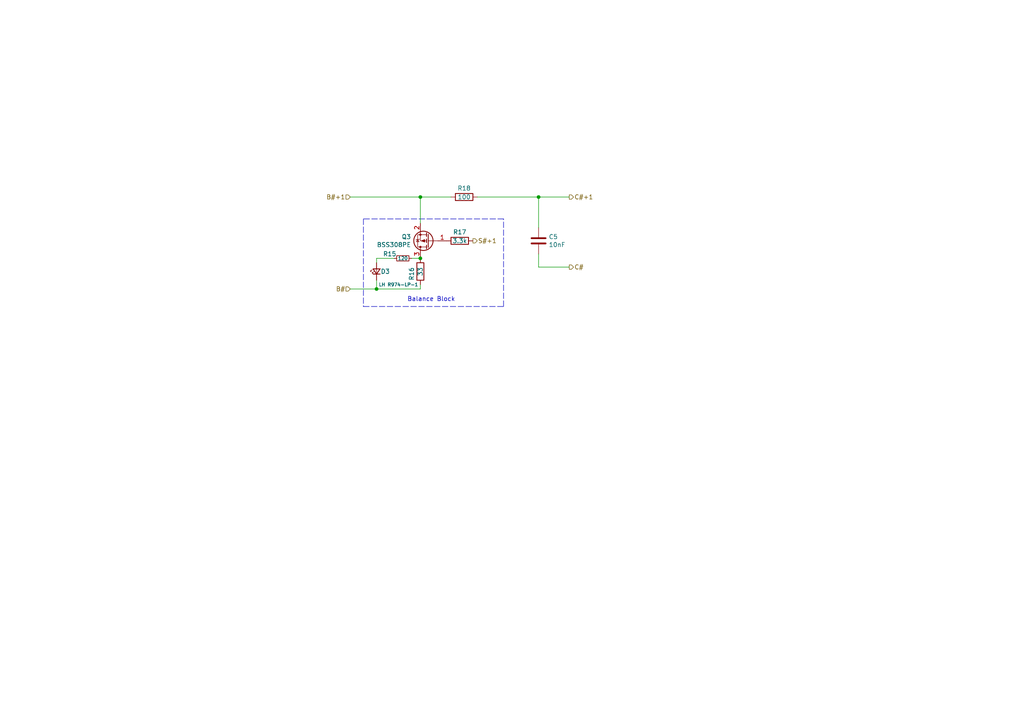
<source format=kicad_sch>
(kicad_sch (version 20231120) (generator "eeschema") (generator_version "8.0")
  (paper "A4")
  (lib_symbols
    (symbol "Device:C" (pin_numbers hide) (pin_names (offset 0.254))
      (property "Reference" "C" (at 0.635 2.54 0))
      (property "Value" "C" (at 0.635 -2.54 0))
      (symbol "C_0_1"
        (polyline (pts (xy -2.032 -0.762) (xy 2.032 -0.762)) (stroke (width 0.508)))
        (polyline (pts (xy -2.032 0.762) (xy 2.032 0.762)) (stroke (width 0.508)))
      )
      (symbol "C_1_1"
        (pin passive line (at 0 3.81 270) (length 2.794) (name "~") (number "1"))
        (pin passive line (at 0 -3.81 90) (length 2.794) (name "~") (number "2"))
      )
    )
    (symbol "Device:LED_Small" (pin_numbers hide) (pin_names (offset 0.254) hide)
      (property "Reference" "D" (at -1.27 3.175 0))
      (property "Value" "LED_Small" (at -4.445 -2.54 0))
      (symbol "LED_Small_0_1"
        (polyline (pts (xy -0.762 -1.016) (xy -0.762 1.016)) (stroke (width 0.254)))
        (polyline (pts (xy 1.016 0) (xy -0.762 0)))
        (polyline (pts (xy 0.762 -1.016) (xy -0.762 0) (xy 0.762 1.016) (xy 0.762 -1.016)) (stroke (width 0.254)))
        (polyline (pts (xy 0 0.762) (xy -0.508 1.27) (xy -0.254 1.27) (xy -0.508 1.27) (xy -0.508 1.016)))
        (polyline (pts (xy 0.508 1.27) (xy 0 1.778) (xy 0.254 1.778) (xy 0 1.778) (xy 0 1.524)))
      )
      (symbol "LED_Small_1_1"
        (pin passive line (at -2.54 0 0) (length 1.778) (name "K") (number "1"))
        (pin passive line (at 2.54 0 180) (length 1.778) (name "A") (number "2"))
      )
    )
    (symbol "Device:R" (pin_numbers hide) (pin_names (offset 0))
      (property "Reference" "R" (at 2.032 0 90))
      (property "Value" "R" (at 0 0 90))
      (symbol "R_0_1"
        (rectangle (start -1.016 -2.54) (end 1.016 2.54) (stroke (width 0.254)))
      )
      (symbol "R_1_1"
        (pin passive line (at 0 3.81 270) (length 1.27) (name "~") (number "1"))
        (pin passive line (at 0 -3.81 90) (length 1.27) (name "~") (number "2"))
      )
    )
    (symbol "Device:R_Small" (pin_numbers hide) (pin_names (offset 0.254) hide)
      (property "Reference" "R" (at 0.762 0.508 0))
      (property "Value" "R_Small" (at 0.762 -1.016 0))
      (symbol "R_Small_0_1"
        (rectangle (start -0.762 1.778) (end 0.762 -1.778) (stroke (width 0.2032)))
      )
      (symbol "R_Small_1_1"
        (pin passive line (at 0 2.54 270) (length 0.762) (name "~") (number "1"))
        (pin passive line (at 0 -2.54 90) (length 0.762) (name "~") (number "2"))
      )
    )
    (symbol "Transistor_FET:BSS84" (pin_names hide)
      (property "Reference" "Q" (at 5.08 1.905 0))
      (property "Value" "BSS84" (at 5.08 0 0))
      (symbol "BSS84_0_1"
        (polyline (pts (xy 0.254 0) (xy -2.54 0)))
        (polyline (pts (xy 0.254 1.905) (xy 0.254 -1.905)) (stroke (width 0.254)))
        (polyline (pts (xy 0.762 -1.27) (xy 0.762 -2.286)) (stroke (width 0.254)))
        (polyline (pts (xy 0.762 0.508) (xy 0.762 -0.508)) (stroke (width 0.254)))
        (polyline (pts (xy 0.762 2.286) (xy 0.762 1.27)) (stroke (width 0.254)))
        (polyline (pts (xy 2.54 2.54) (xy 2.54 1.778)))
        (polyline (pts (xy 2.54 -2.54) (xy 2.54 0) (xy 0.762 0)))
        (polyline (pts (xy 0.762 1.778) (xy 3.302 1.778) (xy 3.302 -1.778) (xy 0.762 -1.778)))
        (polyline (pts (xy 2.286 0) (xy 1.27 0.381) (xy 1.27 -0.381) (xy 2.286 0)) (fill (type outline)))
        (polyline (pts (xy 2.794 -0.508) (xy 2.921 -0.381) (xy 3.683 -0.381) (xy 3.81 -0.254)))
        (polyline (pts (xy 3.302 -0.381) (xy 2.921 0.254) (xy 3.683 0.254) (xy 3.302 -0.381)))
        (circle (center 1.651 0) (radius 2.794) (stroke (width 0.254)))
        (circle (center 2.54 -1.778) (radius 0.254) (fill (type outline)))
        (circle (center 2.54 1.778) (radius 0.254) (fill (type outline)))
      )
      (symbol "BSS84_1_1"
        (pin input line (at -5.08 0 0) (length 2.54) (name "G") (number "1"))
        (pin passive line (at 2.54 -5.08 90) (length 2.54) (name "S") (number "2"))
        (pin passive line (at 2.54 5.08 270) (length 2.54) (name "D") (number "3"))
      )
    )
  )
  (junction (at 156.21 57.15))
  (junction (at 121.92 74.93))
  (junction (at 109.22 83.82))
  (junction (at 121.92 57.15))
  (polyline (pts (xy 146.05 63.5) (xy 105.41 63.5)) (stroke (width 0) (type dash)))
  (polyline (pts (xy 105.41 88.9) (xy 146.05 88.9)) (stroke (width 0) (type dash)))
  (wire (pts (xy 101.6 57.15) (xy 121.92 57.15)))
  (wire (pts (xy 165.1 57.15) (xy 156.21 57.15)))
  (wire (pts (xy 121.92 74.93) (xy 119.38 74.93)))
  (polyline (pts (xy 146.05 88.9) (xy 146.05 63.5)) (stroke (width 0) (type dash)))
  (wire (pts (xy 121.92 57.15) (xy 130.81 57.15)))
  (wire (pts (xy 156.21 57.15) (xy 156.21 66.04)))
  (wire (pts (xy 156.21 73.66) (xy 156.21 77.47)))
  (wire (pts (xy 109.22 74.93) (xy 109.22 76.2)))
  (wire (pts (xy 109.22 81.28) (xy 109.22 83.82)))
  (wire (pts (xy 156.21 77.47) (xy 165.1 77.47)))
  (wire (pts (xy 121.92 57.15) (xy 121.92 64.77)))
  (wire (pts (xy 138.43 57.15) (xy 156.21 57.15)))
  (wire (pts (xy 114.3 74.93) (xy 109.22 74.93)))
  (wire (pts (xy 109.22 83.82) (xy 121.92 83.82)))
  (polyline (pts (xy 105.41 63.5) (xy 105.41 88.9)) (stroke (width 0) (type dash)))
  (wire (pts (xy 121.92 82.55) (xy 121.92 83.82)))
  (wire (pts (xy 101.6 83.82) (xy 109.22 83.82)))
  (text "Balance Block" (at 118.11 87.63 0) (effects (font (size 1.27 1.27)) (justify left bottom)))
  (hierarchical_label "C#" (shape output) (at 165.1 77.47 0))
  (hierarchical_label "S#+1" (shape output) (at 137.16 69.85 0))
  (hierarchical_label "C#+1" (shape output) (at 165.1 57.15 0))
  (hierarchical_label "B#" (shape input) (at 101.6 83.82 180))
  (hierarchical_label "B#+1" (shape input) (at 101.6 57.15 180))
  (symbol (lib_id "Transistor_FET:BSS84") (at 124.46 69.85 180) (unit 1)
    (property "Reference" "Q3" (at 119.2276 68.6816 0) (effects (justify left)))
    (property "Value" "BSS308PE" (at 119.2276 70.993 0) (effects (justify left)))
    (property "Footprint" "Package_TO_SOT_SMD:SOT-23" (effects (hide yes)))
    (property "Datasheet" "http://assets.nexperia.com/documents/data-sheet/BSS84.pdf" (effects (hide yes)))
    (instances (project "" (path "" (reference "Q3") (unit 1)) (path "" (reference "Q4") (unit 1)) (path "" (reference "Q5") (unit 1)) (path "" (reference "Q6") (unit 1)) (path "" (reference "Q7") (unit 1)) (path "" (reference "Q8") (unit 1))))
  )
  (symbol (lib_id "Device:R") (at 133.35 69.85 270) (unit 1)
    (property "Reference" "R17" (at 133.35 67.31 90))
    (property "Value" "3.3k" (at 133.35 69.85 90))
    (property "Footprint" "Resistor_SMD:R_0805_2012Metric_Pad1.20x1.40mm_HandSolder" (effects (hide yes)))
    (instances (project "" (path "" (reference "R17") (unit 1)) (path "" (reference "R21") (unit 1)) (path "" (reference "R25") (unit 1)) (path "" (reference "R29") (unit 1)) (path "" (reference "R35") (unit 1)) (path "" (reference "R44") (unit 1))))
  )
  (symbol (lib_id "Device:R") (at 121.92 78.74 180) (unit 1)
    (property "Reference" "R16" (at 119.38 77.47 90) (effects (justify left)))
    (property "Value" "33" (at 121.92 77.47 90) (effects (justify left)))
    (property "Footprint" "Resistor_SMD:R_2512_6332Metric_Pad1.40x3.35mm_HandSolder" (effects (hide yes)))
    (instances (project "" (path "" (reference "R16") (unit 1)) (path "" (reference "R20") (unit 1)) (path "" (reference "R24") (unit 1)) (path "" (reference "R28") (unit 1)) (path "" (reference "R34") (unit 1)) (path "" (reference "R43") (unit 1))))
  )
  (symbol (lib_id "Device:R") (at 134.62 57.15 270) (unit 1)
    (property "Reference" "R18" (at 134.62 54.61 90))
    (property "Value" "100" (at 134.62 57.15 90))
    (property "Footprint" "Resistor_SMD:R_0805_2012Metric_Pad1.20x1.40mm_HandSolder" (effects (hide yes)))
    (instances (project "" (path "" (reference "R18") (unit 1)) (path "" (reference "R22") (unit 1)) (path "" (reference "R26") (unit 1)) (path "" (reference "R30") (unit 1)) (path "" (reference "R36") (unit 1)) (path "" (reference "R45") (unit 1))))
  )
  (symbol (lib_id "Device:C") (at 156.21 69.85 0) (unit 1)
    (property "Reference" "C5" (at 159.131 68.6816 0) (effects (justify left)))
    (property "Value" "10nF" (at 159.131 70.993 0) (effects (justify left)))
    (property "Footprint" "Capacitor_SMD:C_0805_2012Metric_Pad1.18x1.45mm_HandSolder" (effects (hide yes)))
    (instances (project "" (path "" (reference "C5") (unit 1)) (path "" (reference "C8") (unit 1)) (path "" (reference "C9") (unit 1)) (path "" (reference "C10") (unit 1)) (path "" (reference "C11") (unit 1)) (path "" (reference "C14") (unit 1))))
  )
  (symbol (lib_id "Device:LED_Small") (at 109.22 78.74 90) (unit 1)
    (property "Reference" "D3" (at 111.76 78.74 90))
    (property "Value" "LH R974-LP-1" (at 115.57 82.55 90) (effects (font (size 0.9652 0.9652))))
    (property "Footprint" "LED_SMD:LED_0805_2012Metric_Pad1.15x1.40mm_HandSolder" (effects (hide yes)))
    (instances (project "" (path "" (reference "D3") (unit 1)) (path "" (reference "D4") (unit 1)) (path "" (reference "D5") (unit 1)) (path "" (reference "D6") (unit 1)) (path "" (reference "D7") (unit 1)) (path "" (reference "D8") (unit 1))))
  )
  (symbol (lib_id "Device:R_Small") (at 116.84 74.93 270) (unit 1)
    (property "Reference" "R15" (at 113.03 73.66 90))
    (property "Value" "120" (at 116.84 74.93 90) (effects (font (size 0.9652 0.9652))))
    (property "Footprint" "Resistor_SMD:R_0805_2012Metric_Pad1.20x1.40mm_HandSolder" (effects (hide yes)))
    (instances (project "" (path "" (reference "R15") (unit 1)) (path "" (reference "R19") (unit 1)) (path "" (reference "R23") (unit 1)) (path "" (reference "R27") (unit 1)) (path "" (reference "R31") (unit 1)) (path "" (reference "R42") (unit 1))))
  )
)
</source>
